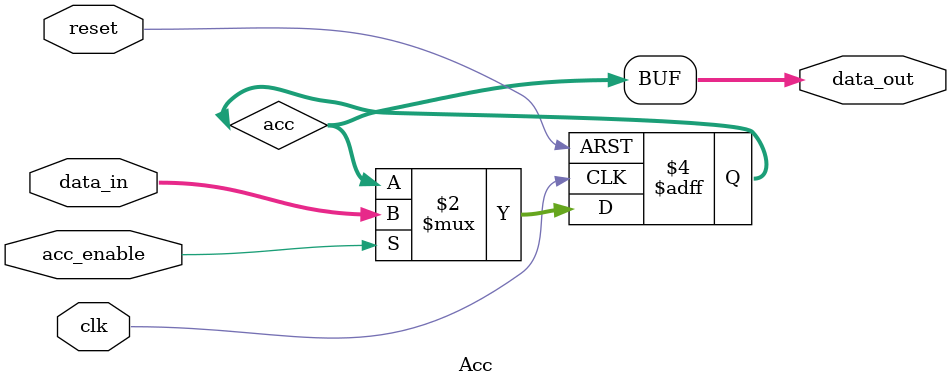
<source format=v>
module Acc (
    input wire clk,
    input wire reset,
    input wire acc_enable,
    input wire [15:0] data_in, // this will be alu_out
    output wire [15:0] data_out
);

    reg [15:0] acc;

    always @(posedge clk or posedge reset) begin
        if (reset)
            acc <= 16'b0;
        else if (acc_enable)
            acc <= data_in;
    end

    assign data_out = acc;

endmodule

</source>
